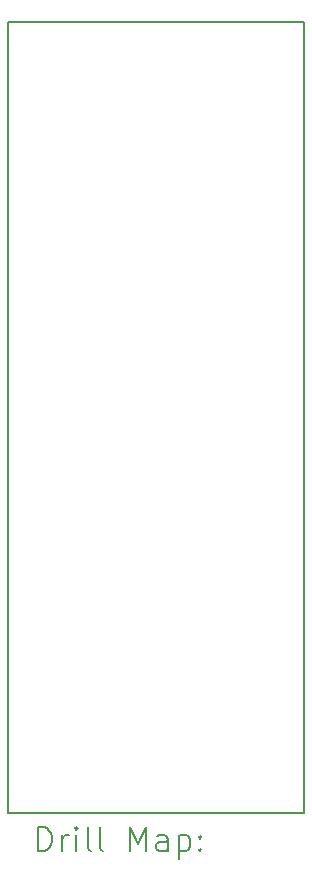
<source format=gbr>
%TF.GenerationSoftware,KiCad,Pcbnew,7.0.6-0*%
%TF.CreationDate,2023-08-27T17:26:49+10:00*%
%TF.ProjectId,PC-SPRINT_SMD,50432d53-5052-4494-9e54-5f534d442e6b,rev?*%
%TF.SameCoordinates,Original*%
%TF.FileFunction,Drillmap*%
%TF.FilePolarity,Positive*%
%FSLAX45Y45*%
G04 Gerber Fmt 4.5, Leading zero omitted, Abs format (unit mm)*
G04 Created by KiCad (PCBNEW 7.0.6-0) date 2023-08-27 17:26:49*
%MOMM*%
%LPD*%
G01*
G04 APERTURE LIST*
%ADD10C,0.150000*%
%ADD11C,0.200000*%
G04 APERTURE END LIST*
D10*
X10000000Y-11700000D02*
X7500000Y-11700000D01*
X7500000Y-5000000D02*
X10000000Y-5000000D01*
X7500000Y-11700000D02*
X7500000Y-5000000D01*
X10000000Y-5000000D02*
X10000000Y-11700000D01*
D11*
X7753277Y-12018984D02*
X7753277Y-11818984D01*
X7753277Y-11818984D02*
X7800896Y-11818984D01*
X7800896Y-11818984D02*
X7829467Y-11828508D01*
X7829467Y-11828508D02*
X7848515Y-11847555D01*
X7848515Y-11847555D02*
X7858039Y-11866603D01*
X7858039Y-11866603D02*
X7867562Y-11904698D01*
X7867562Y-11904698D02*
X7867562Y-11933269D01*
X7867562Y-11933269D02*
X7858039Y-11971365D01*
X7858039Y-11971365D02*
X7848515Y-11990412D01*
X7848515Y-11990412D02*
X7829467Y-12009460D01*
X7829467Y-12009460D02*
X7800896Y-12018984D01*
X7800896Y-12018984D02*
X7753277Y-12018984D01*
X7953277Y-12018984D02*
X7953277Y-11885650D01*
X7953277Y-11923746D02*
X7962801Y-11904698D01*
X7962801Y-11904698D02*
X7972324Y-11895174D01*
X7972324Y-11895174D02*
X7991372Y-11885650D01*
X7991372Y-11885650D02*
X8010420Y-11885650D01*
X8077086Y-12018984D02*
X8077086Y-11885650D01*
X8077086Y-11818984D02*
X8067562Y-11828508D01*
X8067562Y-11828508D02*
X8077086Y-11838031D01*
X8077086Y-11838031D02*
X8086610Y-11828508D01*
X8086610Y-11828508D02*
X8077086Y-11818984D01*
X8077086Y-11818984D02*
X8077086Y-11838031D01*
X8200896Y-12018984D02*
X8181848Y-12009460D01*
X8181848Y-12009460D02*
X8172324Y-11990412D01*
X8172324Y-11990412D02*
X8172324Y-11818984D01*
X8305658Y-12018984D02*
X8286610Y-12009460D01*
X8286610Y-12009460D02*
X8277086Y-11990412D01*
X8277086Y-11990412D02*
X8277086Y-11818984D01*
X8534229Y-12018984D02*
X8534229Y-11818984D01*
X8534229Y-11818984D02*
X8600896Y-11961841D01*
X8600896Y-11961841D02*
X8667563Y-11818984D01*
X8667563Y-11818984D02*
X8667563Y-12018984D01*
X8848515Y-12018984D02*
X8848515Y-11914222D01*
X8848515Y-11914222D02*
X8838991Y-11895174D01*
X8838991Y-11895174D02*
X8819944Y-11885650D01*
X8819944Y-11885650D02*
X8781848Y-11885650D01*
X8781848Y-11885650D02*
X8762801Y-11895174D01*
X8848515Y-12009460D02*
X8829467Y-12018984D01*
X8829467Y-12018984D02*
X8781848Y-12018984D01*
X8781848Y-12018984D02*
X8762801Y-12009460D01*
X8762801Y-12009460D02*
X8753277Y-11990412D01*
X8753277Y-11990412D02*
X8753277Y-11971365D01*
X8753277Y-11971365D02*
X8762801Y-11952317D01*
X8762801Y-11952317D02*
X8781848Y-11942793D01*
X8781848Y-11942793D02*
X8829467Y-11942793D01*
X8829467Y-11942793D02*
X8848515Y-11933269D01*
X8943753Y-11885650D02*
X8943753Y-12085650D01*
X8943753Y-11895174D02*
X8962801Y-11885650D01*
X8962801Y-11885650D02*
X9000896Y-11885650D01*
X9000896Y-11885650D02*
X9019944Y-11895174D01*
X9019944Y-11895174D02*
X9029467Y-11904698D01*
X9029467Y-11904698D02*
X9038991Y-11923746D01*
X9038991Y-11923746D02*
X9038991Y-11980888D01*
X9038991Y-11980888D02*
X9029467Y-11999936D01*
X9029467Y-11999936D02*
X9019944Y-12009460D01*
X9019944Y-12009460D02*
X9000896Y-12018984D01*
X9000896Y-12018984D02*
X8962801Y-12018984D01*
X8962801Y-12018984D02*
X8943753Y-12009460D01*
X9124705Y-11999936D02*
X9134229Y-12009460D01*
X9134229Y-12009460D02*
X9124705Y-12018984D01*
X9124705Y-12018984D02*
X9115182Y-12009460D01*
X9115182Y-12009460D02*
X9124705Y-11999936D01*
X9124705Y-11999936D02*
X9124705Y-12018984D01*
X9124705Y-11895174D02*
X9134229Y-11904698D01*
X9134229Y-11904698D02*
X9124705Y-11914222D01*
X9124705Y-11914222D02*
X9115182Y-11904698D01*
X9115182Y-11904698D02*
X9124705Y-11895174D01*
X9124705Y-11895174D02*
X9124705Y-11914222D01*
M02*

</source>
